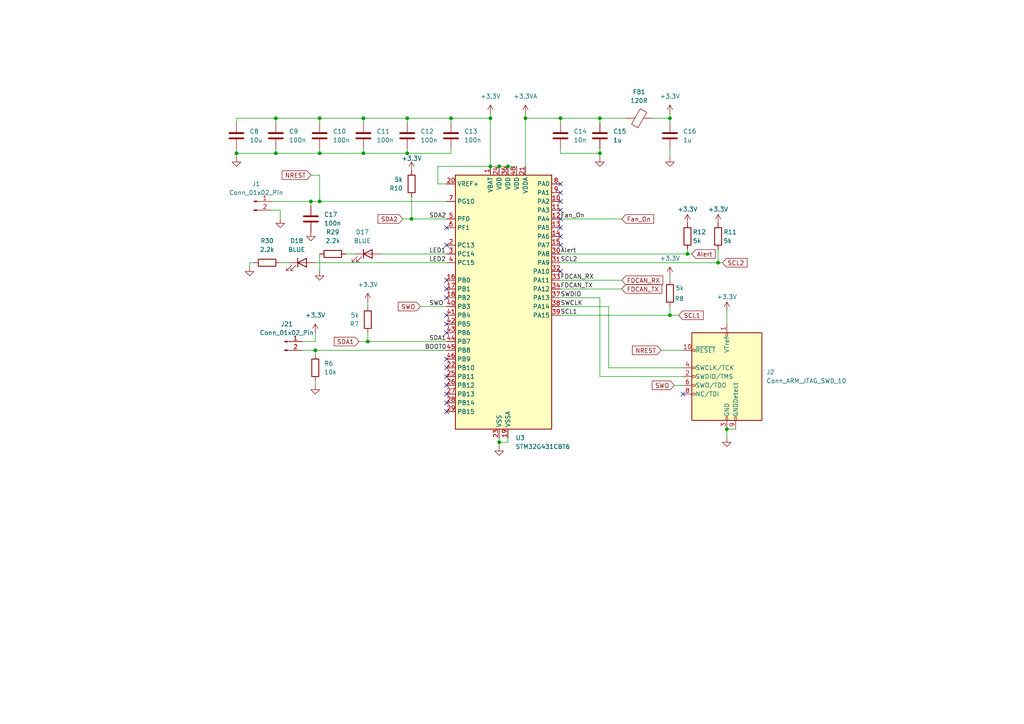
<source format=kicad_sch>
(kicad_sch (version 20250114) (generator "eeschema") (generator_version "9.0")
  (paper "A4")
  (lib_symbols
    (symbol "Connector:Conn_01x02_Pin" (pin_names (offset 1.016) (hide yes))
      (property "Reference" "J" (at 0 2.54 0))
      (property "Value" "Conn_01x02_Pin" (at 0 -5.08 0))
      (symbol "Conn_01x02_Pin_1_1"
        (rectangle (start 0.8636 0.127) (end 0 -0.127) (stroke (width 0.1524)) (fill (type outline)))
        (rectangle (start 0.8636 -2.413) (end 0 -2.667) (stroke (width 0.1524)) (fill (type outline)))
        (polyline (pts (xy 1.27 0) (xy 0.8636 0)) (stroke (width 0.1524)))
        (polyline (pts (xy 1.27 -2.54) (xy 0.8636 -2.54)) (stroke (width 0.1524)))
        (pin passive line (at 5.08 0 180) (length 3.81) (name "Pin_1") (number "1"))
        (pin passive line (at 5.08 -2.54 180) (length 3.81) (name "Pin_2") (number "2"))
      )
    )
    (symbol "Connector:Conn_ARM_JTAG_SWD_10" (pin_names (offset 1.016))
      (property "Reference" "J" (at -2.54 16.51 0))
      (property "Value" "Conn_ARM_JTAG_SWD_10" (at -2.54 13.97 0))
      (symbol "Conn_ARM_JTAG_SWD_10_0_1"
        (rectangle (start -10.16 12.7) (end 10.16 -12.7) (stroke (width 0.254)) (fill (type background)))
        (rectangle (start -2.794 -12.7) (end -2.286 -11.684))
        (rectangle (start -0.254 12.7) (end 0.254 11.684))
        (rectangle (start -0.254 -12.7) (end 0.254 -11.684))
        (rectangle (start 9.144 2.286) (end 10.16 2.794))
        (rectangle (start 10.16 7.874) (end 9.144 7.366))
        (rectangle (start 10.16 -0.254) (end 9.144 0.254))
        (rectangle (start 10.16 -2.794) (end 9.144 -2.286))
      )
      (symbol "Conn_ARM_JTAG_SWD_10_1_1"
        (rectangle (start 9.144 -5.334) (end 10.16 -4.826))
        (pin no_connect line (at -10.16 0 0) (length 2.54) (hide yes) (name "KEY") (number "7"))
        (pin passive line (at -2.54 -15.24 90) (length 2.54) (name "GNDDetect") (number "9"))
        (pin power_in line (at 0 15.24 270) (length 2.54) (name "VTref") (number "1"))
        (pin power_in line (at 0 -15.24 90) (length 2.54) (name "GND") (number "3"))
        (pin passive line (at 0 -15.24 90) (length 2.54) (hide yes) (name "GND") (number "5"))
        (pin open_collector line (at 12.7 7.62 180) (length 2.54) (name "~{RESET}") (number "10"))
        (pin output line (at 12.7 2.54 180) (length 2.54) (name "SWCLK/TCK") (number "4"))
        (pin bidirectional line (at 12.7 0 180) (length 2.54) (name "SWDIO/TMS") (number "2"))
        (pin input line (at 12.7 -2.54 180) (length 2.54) (name "SWO/TDO") (number "6"))
        (pin output line (at 12.7 -5.08 180) (length 2.54) (name "NC/TDI") (number "8"))
      )
    )
    (symbol "Device:C" (pin_numbers (hide yes)) (pin_names (offset 0.254))
      (property "Reference" "C" (at 0.635 2.54 0))
      (property "Value" "C" (at 0.635 -2.54 0))
      (symbol "C_0_1"
        (polyline (pts (xy -2.032 0.762) (xy 2.032 0.762)) (stroke (width 0.508)))
        (polyline (pts (xy -2.032 -0.762) (xy 2.032 -0.762)) (stroke (width 0.508)))
      )
      (symbol "C_1_1"
        (pin passive line (at 0 3.81 270) (length 2.794) (name "~") (number "1"))
        (pin passive line (at 0 -3.81 90) (length 2.794) (name "~") (number "2"))
      )
    )
    (symbol "Device:FerriteBead" (pin_numbers (hide yes)) (pin_names (offset 0))
      (property "Reference" "FB" (at -3.81 0.635 90))
      (property "Value" "FerriteBead" (at 3.81 0 90))
      (symbol "FerriteBead_0_1"
        (polyline (pts (xy -2.7686 0.4064) (xy -1.7018 2.2606) (xy 2.7686 -0.3048) (xy 1.6764 -2.159) (xy -2.7686 0.4064)))
        (polyline (pts (xy 0 1.27) (xy 0 1.2954)))
        (polyline (pts (xy 0 -1.27) (xy 0 -1.2192)))
      )
      (symbol "FerriteBead_1_1"
        (pin passive line (at 0 3.81 270) (length 2.54) (name "~") (number "1"))
        (pin passive line (at 0 -3.81 90) (length 2.54) (name "~") (number "2"))
      )
    )
    (symbol "Device:LED" (pin_numbers (hide yes)) (pin_names (offset 1.016) (hide yes))
      (property "Reference" "D" (at 0 2.54 0))
      (property "Value" "LED" (at 0 -2.54 0))
      (symbol "LED_0_1"
        (polyline (pts (xy -3.048 -0.762) (xy -4.572 -2.286) (xy -3.81 -2.286) (xy -4.572 -2.286) (xy -4.572 -1.524)))
        (polyline (pts (xy -1.778 -0.762) (xy -3.302 -2.286) (xy -2.54 -2.286) (xy -3.302 -2.286) (xy -3.302 -1.524)))
        (polyline (pts (xy -1.27 0) (xy 1.27 0)))
        (polyline (pts (xy -1.27 -1.27) (xy -1.27 1.27)) (stroke (width 0.254)))
        (polyline (pts (xy 1.27 -1.27) (xy 1.27 1.27) (xy -1.27 0) (xy 1.27 -1.27)) (stroke (width 0.254)))
      )
      (symbol "LED_1_1"
        (pin passive line (at -3.81 0 0) (length 2.54) (name "K") (number "1"))
        (pin passive line (at 3.81 0 180) (length 2.54) (name "A") (number "2"))
      )
    )
    (symbol "Device:R" (pin_numbers (hide yes)) (pin_names (offset 0))
      (property "Reference" "R" (at 2.032 0 90))
      (property "Value" "R" (at 0 0 90))
      (symbol "R_0_1"
        (rectangle (start -1.016 -2.54) (end 1.016 2.54) (stroke (width 0.254)))
      )
      (symbol "R_1_1"
        (pin passive line (at 0 3.81 270) (length 1.27) (name "~") (number "1"))
        (pin passive line (at 0 -3.81 90) (length 1.27) (name "~") (number "2"))
      )
    )
    (symbol "MCU_ST_STM32G4:STM32G431CBTx"
      (property "Reference" "U" (at -12.7 39.37 0))
      (property "Value" "STM32G431CBTx" (at 10.16 39.37 0))
      (symbol "STM32G431CBTx_0_1"
        (rectangle (start -12.7 -35.56) (end 15.24 38.1) (stroke (width 0.254)) (fill (type background)))
      )
      (symbol "STM32G431CBTx_1_1"
        (pin input line (at -15.24 35.56 0) (length 2.54) (name "VREF+") (number "20"))
        (pin bidirectional line (at -15.24 30.48 0) (length 2.54) (name "PG10") (number "7"))
        (pin bidirectional line (at -15.24 25.4 0) (length 2.54) (name "PF0") (number "5"))
        (pin bidirectional line (at -15.24 22.86 0) (length 2.54) (name "PF1") (number "6"))
        (pin bidirectional line (at -15.24 17.78 0) (length 2.54) (name "PC13") (number "2"))
        (pin bidirectional line (at -15.24 15.24 0) (length 2.54) (name "PC14") (number "3"))
        (pin bidirectional line (at -15.24 12.7 0) (length 2.54) (name "PC15") (number "4"))
        (pin bidirectional line (at -15.24 7.62 0) (length 2.54) (name "PB0") (number "16"))
        (pin bidirectional line (at -15.24 5.08 0) (length 2.54) (name "PB1") (number "17"))
        (pin bidirectional line (at -15.24 2.54 0) (length 2.54) (name "PB2") (number "18"))
        (pin bidirectional line (at -15.24 0 0) (length 2.54) (name "PB3") (number "40"))
        (pin bidirectional line (at -15.24 -2.54 0) (length 2.54) (name "PB4") (number "41"))
        (pin bidirectional line (at -15.24 -5.08 0) (length 2.54) (name "PB5") (number "42"))
        (pin bidirectional line (at -15.24 -7.62 0) (length 2.54) (name "PB6") (number "43"))
        (pin bidirectional line (at -15.24 -10.16 0) (length 2.54) (name "PB7") (number "44"))
        (pin bidirectional line (at -15.24 -12.7 0) (length 2.54) (name "PB8") (number "45"))
        (pin bidirectional line (at -15.24 -15.24 0) (length 2.54) (name "PB9") (number "46"))
        (pin bidirectional line (at -15.24 -17.78 0) (length 2.54) (name "PB10") (number "22"))
        (pin bidirectional line (at -15.24 -20.32 0) (length 2.54) (name "PB11") (number "25"))
        (pin bidirectional line (at -15.24 -22.86 0) (length 2.54) (name "PB12") (number "26"))
        (pin bidirectional line (at -15.24 -25.4 0) (length 2.54) (name "PB13") (number "27"))
        (pin bidirectional line (at -15.24 -27.94 0) (length 2.54) (name "PB14") (number "28"))
        (pin bidirectional line (at -15.24 -30.48 0) (length 2.54) (name "PB15") (number "29"))
        (pin power_in line (at -2.54 40.64 270) (length 2.54) (name "VBAT") (number "1"))
        (pin power_in line (at 0 40.64 270) (length 2.54) (name "VDD") (number "24"))
        (pin power_in line (at 0 -38.1 90) (length 2.54) (name "VSS") (number "23"))
        (pin passive line (at 0 -38.1 90) (length 2.54) (hide yes) (name "VSS") (number "35"))
        (pin passive line (at 0 -38.1 90) (length 2.54) (hide yes) (name "VSS") (number "47"))
        (pin power_in line (at 2.54 40.64 270) (length 2.54) (name "VDD") (number "36"))
        (pin power_in line (at 2.54 -38.1 90) (length 2.54) (name "VSSA") (number "19"))
        (pin power_in line (at 5.08 40.64 270) (length 2.54) (name "VDD") (number "48"))
        (pin power_in line (at 7.62 40.64 270) (length 2.54) (name "VDDA") (number "21"))
        (pin bidirectional line (at 17.78 35.56 180) (length 2.54) (name "PA0") (number "8"))
        (pin bidirectional line (at 17.78 33.02 180) (length 2.54) (name "PA1") (number "9"))
        (pin bidirectional line (at 17.78 30.48 180) (length 2.54) (name "PA2") (number "10"))
        (pin bidirectional line (at 17.78 27.94 180) (length 2.54) (name "PA3") (number "11"))
        (pin bidirectional line (at 17.78 25.4 180) (length 2.54) (name "PA4") (number "12"))
        (pin bidirectional line (at 17.78 22.86 180) (length 2.54) (name "PA5") (number "13"))
        (pin bidirectional line (at 17.78 20.32 180) (length 2.54) (name "PA6") (number "14"))
        (pin bidirectional line (at 17.78 17.78 180) (length 2.54) (name "PA7") (number "15"))
        (pin bidirectional line (at 17.78 15.24 180) (length 2.54) (name "PA8") (number "30"))
        (pin bidirectional line (at 17.78 12.7 180) (length 2.54) (name "PA9") (number "31"))
        (pin bidirectional line (at 17.78 10.16 180) (length 2.54) (name "PA10") (number "32"))
        (pin bidirectional line (at 17.78 7.62 180) (length 2.54) (name "PA11") (number "33"))
        (pin bidirectional line (at 17.78 5.08 180) (length 2.54) (name "PA12") (number "34"))
        (pin bidirectional line (at 17.78 2.54 180) (length 2.54) (name "PA13") (number "37"))
        (pin bidirectional line (at 17.78 0 180) (length 2.54) (name "PA14") (number "38"))
        (pin bidirectional line (at 17.78 -2.54 180) (length 2.54) (name "PA15") (number "39"))
      )
    )
    (symbol "power:+3.3V" (power) (pin_numbers (hide yes)) (pin_names (offset 0) (hide yes))
      (property "Value" "+3.3V" (at 0 3.556 0))
      (symbol "+3.3V_0_1"
        (polyline (pts (xy -0.762 1.27) (xy 0 2.54)))
        (polyline (pts (xy 0 2.54) (xy 0.762 1.27)))
        (polyline (pts (xy 0 0) (xy 0 2.54)))
      )
      (symbol "+3.3V_1_1"
        (pin power_in line (at 0 0 90) (length 0) (name "~") (number "1"))
      )
    )
    (symbol "power:+3.3VA" (power) (pin_numbers (hide yes)) (pin_names (offset 0) (hide yes))
      (property "Value" "+3.3VA" (at 0 3.556 0))
      (symbol "+3.3VA_0_1"
        (polyline (pts (xy -0.762 1.27) (xy 0 2.54)))
        (polyline (pts (xy 0 2.54) (xy 0.762 1.27)))
        (polyline (pts (xy 0 0) (xy 0 2.54)))
      )
      (symbol "+3.3VA_1_1"
        (pin power_in line (at 0 0 90) (length 0) (name "~") (number "1"))
      )
    )
    (symbol "power:GND" (power) (pin_numbers (hide yes)) (pin_names (offset 0) (hide yes))
      (property "Value" "GND" (at 0 -3.81 0))
      (symbol "GND_0_1"
        (polyline (pts (xy 0 0) (xy 0 -1.27) (xy 1.27 -1.27) (xy 0 -2.54) (xy -1.27 -1.27) (xy 0 -1.27)))
      )
      (symbol "GND_1_1"
        (pin power_in line (at 0 0 270) (length 0) (name "~") (number "1"))
      )
    )
  )
  (junction (at 92.71 34.29))
  (junction (at 80.01 44.45))
  (junction (at 162.56 34.29))
  (junction (at 90.17 58.42))
  (junction (at 142.24 34.29))
  (junction (at 105.41 34.29))
  (junction (at 173.99 34.29))
  (junction (at 194.31 91.44))
  (junction (at 152.4 34.29))
  (junction (at 173.99 44.45))
  (junction (at 106.68 99.06))
  (junction (at 68.58 44.45))
  (junction (at 92.71 58.42))
  (junction (at 130.81 34.29))
  (junction (at 119.38 63.5))
  (junction (at 91.44 101.6))
  (junction (at 194.31 34.29))
  (junction (at 142.24 48.26))
  (junction (at 208.28 76.2))
  (junction (at 210.82 124.46))
  (junction (at 147.32 48.26))
  (junction (at 118.11 34.29))
  (junction (at 144.78 48.26))
  (junction (at 144.78 128.27))
  (junction (at 105.41 44.45))
  (junction (at 80.01 34.29))
  (junction (at 118.11 44.45))
  (junction (at 199.39 73.66))
  (junction (at 92.71 44.45))
  (no_connect (at 162.56 55.88))
  (no_connect (at 129.54 106.68))
  (no_connect (at 129.54 109.22))
  (no_connect (at 129.54 111.76))
  (no_connect (at 162.56 60.96))
  (no_connect (at 162.56 58.42))
  (no_connect (at 129.54 83.82))
  (no_connect (at 162.56 78.74))
  (no_connect (at 129.54 66.04))
  (no_connect (at 129.54 116.84))
  (no_connect (at 162.56 53.34))
  (no_connect (at 198.12 114.3))
  (no_connect (at 129.54 114.3))
  (no_connect (at 162.56 68.58))
  (no_connect (at 162.56 63.5))
  (no_connect (at 129.54 81.28))
  (no_connect (at 129.54 119.38))
  (no_connect (at 162.56 66.04))
  (no_connect (at 129.54 104.14))
  (no_connect (at 129.54 86.36))
  (no_connect (at 129.54 71.12))
  (no_connect (at 129.54 91.44))
  (no_connect (at 129.54 93.98))
  (no_connect (at 162.56 71.12))
  (no_connect (at 129.54 96.52))
  (wire (pts (xy 127 53.34) (xy 129.54 53.34)))
  (wire (pts (xy 90.17 58.42) (xy 92.71 58.42)))
  (wire (pts (xy 118.11 34.29) (xy 118.11 35.56)))
  (wire (pts (xy 90.17 58.42) (xy 90.17 59.69)))
  (wire (pts (xy 105.41 34.29) (xy 105.41 35.56)))
  (wire (pts (xy 73.66 76.2) (xy 72.39 76.2)))
  (wire (pts (xy 162.56 76.2) (xy 208.28 76.2)))
  (wire (pts (xy 119.38 57.15) (xy 119.38 63.5)))
  (wire (pts (xy 173.99 86.36) (xy 162.56 86.36)))
  (wire (pts (xy 173.99 34.29) (xy 181.61 34.29)))
  (wire (pts (xy 81.28 60.96) (xy 78.74 60.96)))
  (wire (pts (xy 173.99 109.22) (xy 198.12 109.22)))
  (wire (pts (xy 80.01 34.29) (xy 68.58 34.29)))
  (wire (pts (xy 118.11 43.18) (xy 118.11 44.45)))
  (wire (pts (xy 194.31 33.02) (xy 194.31 34.29)))
  (wire (pts (xy 162.56 63.5) (xy 180.34 63.5)))
  (wire (pts (xy 142.24 34.29) (xy 142.24 48.26)))
  (wire (pts (xy 80.01 43.18) (xy 80.01 44.45)))
  (wire (pts (xy 106.68 87.63) (xy 106.68 88.9)))
  (wire (pts (xy 130.81 34.29) (xy 142.24 34.29)))
  (wire (pts (xy 162.56 91.44) (xy 194.31 91.44)))
  (wire (pts (xy 162.56 81.28) (xy 180.34 81.28)))
  (wire (pts (xy 194.31 88.9) (xy 194.31 91.44)))
  (wire (pts (xy 173.99 43.18) (xy 173.99 44.45)))
  (wire (pts (xy 144.78 127) (xy 144.78 128.27)))
  (wire (pts (xy 91.44 110.49) (xy 91.44 111.76)))
  (wire (pts (xy 152.4 33.02) (xy 152.4 34.29)))
  (wire (pts (xy 68.58 44.45) (xy 68.58 43.18)))
  (wire (pts (xy 152.4 34.29) (xy 162.56 34.29)))
  (wire (pts (xy 105.41 43.18) (xy 105.41 44.45)))
  (wire (pts (xy 198.12 111.76) (xy 195.58 111.76)))
  (wire (pts (xy 194.31 81.28) (xy 194.31 80.01)))
  (wire (pts (xy 194.31 91.44) (xy 196.85 91.44)))
  (wire (pts (xy 194.31 43.18) (xy 194.31 45.72)))
  (wire (pts (xy 142.24 33.02) (xy 142.24 34.29)))
  (wire (pts (xy 162.56 34.29) (xy 162.56 35.56)))
  (wire (pts (xy 199.39 72.39) (xy 199.39 73.66)))
  (wire (pts (xy 81.28 63.5) (xy 81.28 60.96)))
  (wire (pts (xy 176.53 106.68) (xy 198.12 106.68)))
  (wire (pts (xy 90.17 50.8) (xy 92.71 50.8)))
  (wire (pts (xy 162.56 73.66) (xy 199.39 73.66)))
  (wire (pts (xy 105.41 34.29) (xy 92.71 34.29)))
  (wire (pts (xy 176.53 88.9) (xy 176.53 106.68)))
  (wire (pts (xy 162.56 44.45) (xy 173.99 44.45)))
  (wire (pts (xy 152.4 34.29) (xy 152.4 48.26)))
  (wire (pts (xy 118.11 34.29) (xy 105.41 34.29)))
  (wire (pts (xy 105.41 44.45) (xy 92.71 44.45)))
  (wire (pts (xy 110.49 73.66) (xy 129.54 73.66)))
  (wire (pts (xy 194.31 35.56) (xy 194.31 34.29)))
  (wire (pts (xy 72.39 76.2) (xy 72.39 77.47)))
  (wire (pts (xy 80.01 34.29) (xy 80.01 35.56)))
  (wire (pts (xy 127 48.26) (xy 142.24 48.26)))
  (wire (pts (xy 198.12 101.6) (xy 191.77 101.6)))
  (wire (pts (xy 147.32 48.26) (xy 144.78 48.26)))
  (wire (pts (xy 81.28 76.2) (xy 83.82 76.2)))
  (wire (pts (xy 92.71 50.8) (xy 92.71 58.42)))
  (wire (pts (xy 130.81 43.18) (xy 130.81 44.45)))
  (wire (pts (xy 80.01 44.45) (xy 68.58 44.45)))
  (wire (pts (xy 92.71 58.42) (xy 129.54 58.42)))
  (wire (pts (xy 129.54 101.6) (xy 91.44 101.6)))
  (wire (pts (xy 78.74 58.42) (xy 90.17 58.42)))
  (wire (pts (xy 121.92 88.9) (xy 129.54 88.9)))
  (wire (pts (xy 68.58 44.45) (xy 68.58 45.72)))
  (wire (pts (xy 173.99 34.29) (xy 173.99 35.56)))
  (wire (pts (xy 208.28 76.2) (xy 209.55 76.2)))
  (wire (pts (xy 91.44 76.2) (xy 129.54 76.2)))
  (wire (pts (xy 92.71 73.66) (xy 92.71 78.74)))
  (wire (pts (xy 130.81 34.29) (xy 118.11 34.29)))
  (wire (pts (xy 162.56 88.9) (xy 176.53 88.9)))
  (wire (pts (xy 199.39 73.66) (xy 200.66 73.66)))
  (wire (pts (xy 147.32 128.27) (xy 144.78 128.27)))
  (wire (pts (xy 162.56 34.29) (xy 173.99 34.29)))
  (wire (pts (xy 210.82 124.46) (xy 210.82 127)))
  (wire (pts (xy 208.28 72.39) (xy 208.28 76.2)))
  (wire (pts (xy 92.71 34.29) (xy 92.71 35.56)))
  (wire (pts (xy 162.56 83.82) (xy 180.34 83.82)))
  (wire (pts (xy 147.32 127) (xy 147.32 128.27)))
  (wire (pts (xy 144.78 48.26) (xy 142.24 48.26)))
  (wire (pts (xy 210.82 124.46) (xy 213.36 124.46)))
  (wire (pts (xy 116.84 63.5) (xy 119.38 63.5)))
  (wire (pts (xy 91.44 101.6) (xy 91.44 102.87)))
  (wire (pts (xy 173.99 86.36) (xy 173.99 109.22)))
  (wire (pts (xy 106.68 96.52) (xy 106.68 99.06)))
  (wire (pts (xy 92.71 44.45) (xy 80.01 44.45)))
  (wire (pts (xy 119.38 63.5) (xy 129.54 63.5)))
  (wire (pts (xy 92.71 43.18) (xy 92.71 44.45)))
  (wire (pts (xy 144.78 128.27) (xy 144.78 129.54)))
  (wire (pts (xy 100.33 73.66) (xy 102.87 73.66)))
  (wire (pts (xy 91.44 101.6) (xy 87.63 101.6)))
  (wire (pts (xy 210.82 90.17) (xy 210.82 93.98)))
  (wire (pts (xy 130.81 35.56) (xy 130.81 34.29)))
  (wire (pts (xy 118.11 44.45) (xy 105.41 44.45)))
  (wire (pts (xy 104.14 99.06) (xy 106.68 99.06)))
  (wire (pts (xy 149.86 48.26) (xy 147.32 48.26)))
  (wire (pts (xy 91.44 99.06) (xy 87.63 99.06)))
  (wire (pts (xy 91.44 96.52) (xy 91.44 99.06)))
  (wire (pts (xy 68.58 34.29) (xy 68.58 35.56)))
  (wire (pts (xy 127 48.26) (xy 127 53.34)))
  (wire (pts (xy 92.71 34.29) (xy 80.01 34.29)))
  (wire (pts (xy 162.56 43.18) (xy 162.56 44.45)))
  (wire (pts (xy 130.81 44.45) (xy 118.11 44.45)))
  (wire (pts (xy 194.31 34.29) (xy 189.23 34.29)))
  (wire (pts (xy 173.99 44.45) (xy 173.99 45.72)))
  (wire (pts (xy 106.68 99.06) (xy 129.54 99.06)))
  (label "LED1" (at 124.46 73.66 0))
  (label "Alert" (at 162.56 73.66 0))
  (label "LED2" (at 124.46 76.2 0))
  (label "SWO" (at 124.46 88.9 0))
  (label "SCL2" (at 162.56 76.2 0))
  (label "FDCAN_TX" (at 162.56 83.82 0))
  (label "SCL1" (at 162.56 91.44 0))
  (label "SDA1" (at 124.46 99.06 0))
  (label "SWDIO" (at 162.56 86.36 0))
  (label "Fan_On" (at 162.56 63.5 0))
  (label "FDCAN_RX" (at 162.56 81.28 0))
  (label "BOOT0" (at 123.19 101.6 0))
  (label "SWCLK" (at 162.56 88.9 0))
  (label "SDA2" (at 124.46 63.5 0))
  (global_label "Fan_On" (shape input) (at 180.34 63.5 0) (property "Intersheetrefs" "${INTERSHEET_REFS}" (effects (hide yes))))
  (global_label "SDA1" (shape input) (at 104.14 99.06 180) (property "Intersheetrefs" "${INTERSHEET_REFS}" (effects (hide yes))))
  (global_label "SDA2" (shape input) (at 116.84 63.5 180) (property "Intersheetrefs" "${INTERSHEET_REFS}" (effects (hide yes))))
  (global_label "SCL2" (shape input) (at 209.55 76.2 0) (property "Intersheetrefs" "${INTERSHEET_REFS}" (effects (hide yes))))
  (global_label "NREST" (shape input) (at 191.77 101.6 180) (property "Intersheetrefs" "${INTERSHEET_REFS}" (effects (hide yes))))
  (global_label "SWO" (shape input) (at 121.92 88.9 180) (property "Intersheetrefs" "${INTERSHEET_REFS}" (effects (hide yes))))
  (global_label "Alert" (shape input) (at 200.66 73.66 0) (property "Intersheetrefs" "${INTERSHEET_REFS}" (effects (hide yes))))
  (global_label "FDCAN_TX" (shape input) (at 180.34 83.82 0) (property "Intersheetrefs" "${INTERSHEET_REFS}" (effects (hide yes))))
  (global_label "SCL1" (shape input) (at 196.85 91.44 0) (property "Intersheetrefs" "${INTERSHEET_REFS}" (effects (hide yes))))
  (global_label "NREST" (shape input) (at 90.17 50.8 180) (property "Intersheetrefs" "${INTERSHEET_REFS}" (effects (hide yes))))
  (global_label "SWO" (shape input) (at 195.58 111.76 180) (property "Intersheetrefs" "${INTERSHEET_REFS}" (effects (hide yes))))
  (global_label "FDCAN_RX" (shape input) (at 180.34 81.28 0) (property "Intersheetrefs" "${INTERSHEET_REFS}" (effects (hide yes))))
  (symbol (lib_id "Device:C") (at 90.17 63.5 0) (unit 1)
    (property "Reference" "C17" (at 93.98 62.2299 0) (effects (justify left)))
    (property "Value" "100n" (at 93.98 64.7699 0) (effects (justify left)))
    (property "Footprint" "Capacitor_SMD:C_0402_1005Metric" (effects (hide yes)))
    (property "Description" "Unpolarized capacitor" (effects (hide yes)))
  )
  (symbol (lib_id "Device:C") (at 130.81 39.37 0) (unit 1)
    (property "Reference" "C13" (at 134.62 38.0999 0) (effects (justify left)))
    (property "Value" "100n" (at 134.62 40.6399 0) (effects (justify left)))
    (property "Footprint" "Capacitor_SMD:C_0402_1005Metric" (effects (hide yes)))
    (property "Description" "Unpolarized capacitor" (effects (hide yes)))
  )
  (symbol (lib_id "power:+3.3V") (at 208.28 64.77 0) (unit 1)
    (property "Reference" "#PWR020" (effects (hide yes)))
    (property "Value" "+3.3V" (at 208.28 60.706 0))
    (property "Description" "Power symbol creates a global label with name \"+3.3V\"" (effects (hide yes)))
  )
  (symbol (lib_id "power:+3.3V") (at 91.44 96.52 0) (unit 1)
    (property "Reference" "#PWR04" (effects (hide yes)))
    (property "Value" "+3.3V" (at 91.44 91.44 0))
    (property "Description" "Power symbol creates a global label with name \"+3.3V\"" (effects (hide yes)))
  )
  (symbol (lib_id "power:+3.3V") (at 210.82 90.17 0) (unit 1)
    (property "Reference" "#PWR014" (effects (hide yes)))
    (property "Value" "+3.3V" (at 210.82 86.106 0))
    (property "Description" "Power symbol creates a global label with name \"+3.3V\"" (effects (hide yes)))
  )
  (symbol (lib_id "power:GND") (at 92.71 78.74 0) (unit 1)
    (property "Reference" "#PWR062" (effects (hide yes)))
    (property "Value" "GND" (effects (hide yes)))
    (property "Description" "Power symbol creates a global label with name \"GND\" , ground" (effects (hide yes)))
  )
  (symbol (lib_id "Connector:Conn_01x02_Pin") (at 82.55 99.06 0) (unit 1)
    (property "Reference" "J21" (at 83.185 93.98 0))
    (property "Value" "Conn_01x02_Pin" (at 83.185 96.52 0))
    (property "Footprint" "Connector_PinHeader_2.54mm:PinHeader_1x02_P2.54mm_Vertical" (effects (hide yes)))
    (property "Description" "Generic connector, single row, 01x02, script generated" (effects (hide yes)))
  )
  (symbol (lib_id "power:GND") (at 72.39 77.47 0) (unit 1)
    (property "Reference" "#PWR063" (effects (hide yes)))
    (property "Value" "GND" (effects (hide yes)))
    (property "Description" "Power symbol creates a global label with name \"GND\" , ground" (effects (hide yes)))
  )
  (symbol (lib_id "Device:LED") (at 106.68 73.66 0) (unit 1)
    (property "Reference" "D17" (at 105.0925 67.31 0))
    (property "Value" "BLUE" (at 105.0925 69.85 0))
    (property "Footprint" "LED_SMD:LED_0603_1608Metric" (effects (hide yes)))
    (property "Description" "Light emitting diode" (effects (hide yes)))
  )
  (symbol (lib_id "power:+3.3V") (at 199.39 64.77 0) (unit 1)
    (property "Reference" "#PWR023" (effects (hide yes)))
    (property "Value" "+3.3V" (at 199.39 60.706 0))
    (property "Description" "Power symbol creates a global label with name \"+3.3V\"" (effects (hide yes)))
  )
  (symbol (lib_id "power:+3.3V") (at 119.38 49.53 0) (unit 1)
    (property "Reference" "#PWR06" (effects (hide yes)))
    (property "Value" "+3.3V" (at 119.38 45.974 0))
    (property "Description" "Power symbol creates a global label with name \"+3.3V\"" (effects (hide yes)))
  )
  (symbol (lib_id "Device:FerriteBead") (at 185.42 34.29 90) (unit 1)
    (property "Reference" "FB1" (at 185.3692 26.67 90))
    (property "Value" "120R" (at 185.3692 29.21 90))
    (property "Footprint" "Inductor_SMD:L_0603_1608Metric" (effects (hide yes)))
    (property "Description" "Ferrite bead" (effects (hide yes)))
  )
  (symbol (lib_id "Device:C") (at 173.99 39.37 0) (unit 1)
    (property "Reference" "C15" (at 177.8 38.0999 0) (effects (justify left)))
    (property "Value" "1u" (at 177.8 40.6399 0) (effects (justify left)))
    (property "Footprint" "Capacitor_SMD:C_0402_1005Metric" (effects (hide yes)))
    (property "Description" "Unpolarized capacitor" (effects (hide yes)))
  )
  (symbol (lib_id "Device:R") (at 199.39 68.58 0) (unit 1)
    (property "Reference" "R12" (at 200.914 67.31 0) (effects (justify left)))
    (property "Value" "5k" (at 200.914 69.85 0) (effects (justify left)))
    (property "Footprint" "Resistor_SMD:R_0402_1005Metric" (effects (hide yes)))
    (property "Description" "Resistor" (effects (hide yes)))
  )
  (symbol (lib_id "Device:C") (at 68.58 39.37 0) (unit 1)
    (property "Reference" "C8" (at 72.39 38.0999 0) (effects (justify left)))
    (property "Value" "10u" (at 72.39 40.6399 0) (effects (justify left)))
    (property "Footprint" "Capacitor_SMD:C_0603_1608Metric" (effects (hide yes)))
    (property "Description" "Unpolarized capacitor" (effects (hide yes)))
  )
  (symbol (lib_id "MCU_ST_STM32G4:STM32G431CBTx") (at 144.78 88.9 0) (unit 1)
    (property "Reference" "U3" (at 149.5141 127 0) (effects (justify left)))
    (property "Value" "STM32G431CBT6" (at 149.5141 129.54 0) (effects (justify left)))
    (property "Footprint" "Package_QFP:LQFP-48_7x7mm_P0.5mm" (effects (hide yes)))
    (property "Datasheet" "https://www.st.com/resource/en/datasheet/stm32g431cb.pdf" (effects (hide yes)))
    (property "Description" "STMicroelectronics Arm Cortex-M4 MCU, 128KB flash, 32KB RAM, 170 MHz, 1.71-3.6V, 38 GPIO, LQFP48" (effects (hide yes)))
  )
  (symbol (lib_id "power:GND") (at 210.82 127 0) (unit 1)
    (property "Reference" "#PWR010" (effects (hide yes)))
    (property "Value" "GND" (effects (hide yes)))
    (property "Description" "Power symbol creates a global label with name \"GND\" , ground" (effects (hide yes)))
  )
  (symbol (lib_id "Connector:Conn_01x02_Pin") (at 73.66 58.42 0) (unit 1)
    (property "Reference" "J1" (at 74.295 53.34 0))
    (property "Value" "Conn_01x02_Pin" (at 74.295 55.88 0))
    (property "Footprint" "Connector_PinHeader_2.54mm:PinHeader_1x02_P2.54mm_Horizontal" (effects (hide yes)))
    (property "Description" "Generic connector, single row, 01x02, script generated" (effects (hide yes)))
  )
  (symbol (lib_id "Device:R") (at 194.31 85.09 180) (unit 1)
    (property "Reference" "R8" (at 198.374 86.614 0) (effects (justify left)))
    (property "Value" "5k" (at 198.374 83.566 0) (effects (justify left)))
    (property "Footprint" "Resistor_SMD:R_0402_1005Metric" (effects (hide yes)))
    (property "Description" "Resistor" (effects (hide yes)))
  )
  (symbol (lib_id "power:+3.3V") (at 106.68 87.63 0) (unit 1)
    (property "Reference" "#PWR022" (effects (hide yes)))
    (property "Value" "+3.3V" (at 106.68 82.55 0))
    (property "Description" "Power symbol creates a global label with name \"+3.3V\"" (effects (hide yes)))
  )
  (symbol (lib_id "Device:R") (at 96.52 73.66 90) (unit 1)
    (property "Reference" "R29" (at 96.52 67.31 90))
    (property "Value" "2.2k" (at 96.52 69.85 90))
    (property "Footprint" "Resistor_SMD:R_0402_1005Metric" (effects (hide yes)))
    (property "Description" "Resistor" (effects (hide yes)))
  )
  (symbol (lib_id "Device:R") (at 91.44 106.68 0) (unit 1)
    (property "Reference" "R6" (at 93.98 105.4099 0) (effects (justify left)))
    (property "Value" "10k" (at 93.98 107.9499 0) (effects (justify left)))
    (property "Footprint" "Resistor_SMD:R_0402_1005Metric" (effects (hide yes)))
    (property "Description" "Resistor" (effects (hide yes)))
  )
  (symbol (lib_id "power:+3.3V") (at 142.24 33.02 0) (unit 1)
    (property "Reference" "#PWR08" (effects (hide yes)))
    (property "Value" "+3.3V" (at 142.24 27.94 0))
    (property "Description" "Power symbol creates a global label with name \"+3.3V\"" (effects (hide yes)))
  )
  (symbol (lib_id "power:GND") (at 194.31 45.72 0) (unit 1)
    (property "Reference" "#PWR013" (effects (hide yes)))
    (property "Value" "GND" (effects (hide yes)))
    (property "Description" "Power symbol creates a global label with name \"GND\" , ground" (effects (hide yes)))
  )
  (symbol (lib_id "Device:C") (at 105.41 39.37 0) (unit 1)
    (property "Reference" "C11" (at 109.22 38.0999 0) (effects (justify left)))
    (property "Value" "100n" (at 109.22 40.6399 0) (effects (justify left)))
    (property "Footprint" "Capacitor_SMD:C_0402_1005Metric" (effects (hide yes)))
    (property "Description" "Unpolarized capacitor" (effects (hide yes)))
  )
  (symbol (lib_id "power:GND") (at 90.17 67.31 0) (unit 1)
    (property "Reference" "#PWR016" (effects (hide yes)))
    (property "Value" "GND" (effects (hide yes)))
    (property "Description" "Power symbol creates a global label with name \"GND\" , ground" (effects (hide yes)))
  )
  (symbol (lib_id "power:GND") (at 91.44 111.76 0) (unit 1)
    (property "Reference" "#PWR05" (effects (hide yes)))
    (property "Value" "GND" (effects (hide yes)))
    (property "Description" "Power symbol creates a global label with name \"GND\" , ground" (effects (hide yes)))
  )
  (symbol (lib_id "Device:C") (at 162.56 39.37 0) (unit 1)
    (property "Reference" "C14" (at 166.37 38.0999 0) (effects (justify left)))
    (property "Value" "10n" (at 166.37 40.6399 0) (effects (justify left)))
    (property "Footprint" "Capacitor_SMD:C_0402_1005Metric" (effects (hide yes)))
    (property "Description" "Unpolarized capacitor" (effects (hide yes)))
  )
  (symbol (lib_id "power:+3.3V") (at 194.31 33.02 0) (unit 1)
    (property "Reference" "#PWR012" (effects (hide yes)))
    (property "Value" "+3.3V" (at 194.31 27.94 0))
    (property "Description" "Power symbol creates a global label with name \"+3.3V\"" (effects (hide yes)))
  )
  (symbol (lib_id "Device:R") (at 77.47 76.2 90) (unit 1)
    (property "Reference" "R30" (at 77.47 69.85 90))
    (property "Value" "2.2k" (at 77.47 72.39 90))
    (property "Footprint" "Resistor_SMD:R_0402_1005Metric" (effects (hide yes)))
    (property "Description" "Resistor" (effects (hide yes)))
  )
  (symbol (lib_id "power:GND") (at 81.28 63.5 0) (unit 1)
    (property "Reference" "#PWR015" (effects (hide yes)))
    (property "Value" "GND" (effects (hide yes)))
    (property "Description" "Power symbol creates a global label with name \"GND\" , ground" (effects (hide yes)))
  )
  (symbol (lib_id "power:GND") (at 68.58 45.72 0) (unit 1)
    (property "Reference" "#PWR07" (effects (hide yes)))
    (property "Value" "GND" (effects (hide yes)))
    (property "Description" "Power symbol creates a global label with name \"GND\" , ground" (effects (hide yes)))
  )
  (symbol (lib_id "Device:C") (at 118.11 39.37 0) (unit 1)
    (property "Reference" "C12" (at 121.92 38.0999 0) (effects (justify left)))
    (property "Value" "100n" (at 121.92 40.6399 0) (effects (justify left)))
    (property "Footprint" "Capacitor_SMD:C_0402_1005Metric" (effects (hide yes)))
    (property "Description" "Unpolarized capacitor" (effects (hide yes)))
  )
  (symbol (lib_id "Device:R") (at 208.28 68.58 0) (unit 1)
    (property "Reference" "R11" (at 209.804 67.31 0) (effects (justify left)))
    (property "Value" "5k" (at 209.804 69.85 0) (effects (justify left)))
    (property "Footprint" "Resistor_SMD:R_0402_1005Metric" (effects (hide yes)))
    (property "Description" "Resistor" (effects (hide yes)))
  )
  (symbol (lib_id "power:+3.3V") (at 194.31 80.01 0) (unit 1)
    (property "Reference" "#PWR019" (effects (hide yes)))
    (property "Value" "+3.3V" (at 194.31 74.93 0))
    (property "Description" "Power symbol creates a global label with name \"+3.3V\"" (effects (hide yes)))
  )
  (symbol (lib_id "Device:LED") (at 87.63 76.2 0) (unit 1)
    (property "Reference" "D18" (at 86.0425 69.85 0))
    (property "Value" "BLUE" (at 86.0425 72.39 0))
    (property "Footprint" "LED_SMD:LED_0603_1608Metric" (effects (hide yes)))
    (property "Description" "Light emitting diode" (effects (hide yes)))
  )
  (symbol (lib_id "power:GND") (at 144.78 129.54 0) (unit 1)
    (property "Reference" "#PWR017" (effects (hide yes)))
    (property "Value" "GND" (effects (hide yes)))
    (property "Description" "Power symbol creates a global label with name \"GND\" , ground" (effects (hide yes)))
  )
  (symbol (lib_id "Device:C") (at 194.31 39.37 0) (unit 1)
    (property "Reference" "C16" (at 198.12 38.0999 0) (effects (justify left)))
    (property "Value" "1u" (at 198.12 40.6399 0) (effects (justify left)))
    (property "Footprint" "Capacitor_SMD:C_0402_1005Metric" (effects (hide yes)))
    (property "Description" "Unpolarized capacitor" (effects (hide yes)))
  )
  (symbol (lib_id "Device:C") (at 80.01 39.37 0) (unit 1)
    (property "Reference" "C9" (at 83.82 38.0999 0) (effects (justify left)))
    (property "Value" "100n" (at 83.82 40.6399 0) (effects (justify left)))
    (property "Footprint" "Capacitor_SMD:C_0402_1005Metric" (effects (hide yes)))
    (property "Description" "Unpolarized capacitor" (effects (hide yes)))
  )
  (symbol (lib_id "power:+3.3VA") (at 152.4 33.02 0) (unit 1)
    (property "Reference" "#PWR09" (effects (hide yes)))
    (property "Value" "+3.3VA" (at 152.4 27.94 0))
    (property "Description" "Power symbol creates a global label with name \"+3.3VA\"" (effects (hide yes)))
  )
  (symbol (lib_id "Connector:Conn_ARM_JTAG_SWD_10") (at 210.82 109.22 0) (mirror y) (unit 1)
    (property "Reference" "J2" (at 222.25 107.9499 0) (effects (justify right)))
    (property "Value" "Conn_ARM_JTAG_SWD_10" (at 222.25 110.4899 0) (effects (justify right)))
    (property "Footprint" "Connector_PinHeader_1.27mm:PinHeader_2x05_P1.27mm_Vertical" (effects (hide yes)))
    (property "Datasheet" "http://infocenter.arm.com/help/topic/com.arm.doc.ddi0314h/DDI0314H_coresight_components_trm.pdf" (effects (hide yes)))
    (property "Description" "Cortex Debug Connector, standard ARM Cortex-M SWD and JTAG interface" (effects (hide yes)))
  )
  (symbol (lib_id "Device:R") (at 106.68 92.71 180) (unit 1)
    (property "Reference" "R7" (at 104.14 93.9801 0) (effects (justify left)))
    (property "Value" "5k" (at 104.14 91.4401 0) (effects (justify left)))
    (property "Footprint" "Resistor_SMD:R_0402_1005Metric" (effects (hide yes)))
    (property "Description" "Resistor" (effects (hide yes)))
  )
  (symbol (lib_id "Device:R") (at 119.38 53.34 180) (unit 1)
    (property "Reference" "R10" (at 116.84 54.6101 0) (effects (justify left)))
    (property "Value" "5k" (at 116.84 52.0701 0) (effects (justify left)))
    (property "Footprint" "Resistor_SMD:R_0402_1005Metric" (effects (hide yes)))
    (property "Description" "Resistor" (effects (hide yes)))
  )
  (symbol (lib_id "power:GND") (at 173.99 45.72 0) (unit 1)
    (property "Reference" "#PWR011" (effects (hide yes)))
    (property "Value" "GND" (effects (hide yes)))
    (property "Description" "Power symbol creates a global label with name \"GND\" , ground" (effects (hide yes)))
  )
  (symbol (lib_id "Device:C") (at 92.71 39.37 0) (unit 1)
    (property "Reference" "C10" (at 96.52 38.0999 0) (effects (justify left)))
    (property "Value" "100n" (at 96.52 40.6399 0) (effects (justify left)))
    (property "Footprint" "Capacitor_SMD:C_0402_1005Metric" (effects (hide yes)))
    (property "Description" "Unpolarized capacitor" (effects (hide yes)))
  )
)
</source>
